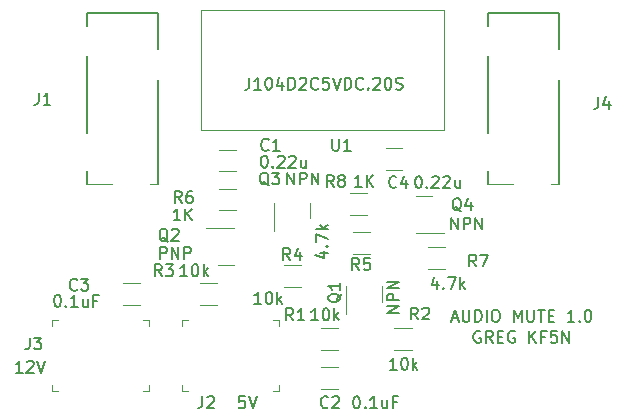
<source format=gto>
G04 #@! TF.GenerationSoftware,KiCad,Pcbnew,6.0.9-8da3e8f707~117~ubuntu20.04.1*
G04 #@! TF.CreationDate,2022-11-29T05:25:06-05:00*
G04 #@! TF.ProjectId,audiomute,61756469-6f6d-4757-9465-2e6b69636164,rev?*
G04 #@! TF.SameCoordinates,Original*
G04 #@! TF.FileFunction,Legend,Top*
G04 #@! TF.FilePolarity,Positive*
%FSLAX46Y46*%
G04 Gerber Fmt 4.6, Leading zero omitted, Abs format (unit mm)*
G04 Created by KiCad (PCBNEW 6.0.9-8da3e8f707~117~ubuntu20.04.1) date 2022-11-29 05:25:06*
%MOMM*%
%LPD*%
G01*
G04 APERTURE LIST*
%ADD10C,0.150000*%
%ADD11C,0.120000*%
%ADD12C,0.100000*%
%ADD13C,0.127000*%
G04 APERTURE END LIST*
D10*
X120579000Y-100592000D02*
X120483761Y-100544380D01*
X120340904Y-100544380D01*
X120198047Y-100592000D01*
X120102809Y-100687238D01*
X120055190Y-100782476D01*
X120007571Y-100972952D01*
X120007571Y-101115809D01*
X120055190Y-101306285D01*
X120102809Y-101401523D01*
X120198047Y-101496761D01*
X120340904Y-101544380D01*
X120436142Y-101544380D01*
X120579000Y-101496761D01*
X120626619Y-101449142D01*
X120626619Y-101115809D01*
X120436142Y-101115809D01*
X121626619Y-101544380D02*
X121293285Y-101068190D01*
X121055190Y-101544380D02*
X121055190Y-100544380D01*
X121436142Y-100544380D01*
X121531380Y-100592000D01*
X121579000Y-100639619D01*
X121626619Y-100734857D01*
X121626619Y-100877714D01*
X121579000Y-100972952D01*
X121531380Y-101020571D01*
X121436142Y-101068190D01*
X121055190Y-101068190D01*
X122055190Y-101020571D02*
X122388523Y-101020571D01*
X122531380Y-101544380D02*
X122055190Y-101544380D01*
X122055190Y-100544380D01*
X122531380Y-100544380D01*
X123483761Y-100592000D02*
X123388523Y-100544380D01*
X123245666Y-100544380D01*
X123102809Y-100592000D01*
X123007571Y-100687238D01*
X122959952Y-100782476D01*
X122912333Y-100972952D01*
X122912333Y-101115809D01*
X122959952Y-101306285D01*
X123007571Y-101401523D01*
X123102809Y-101496761D01*
X123245666Y-101544380D01*
X123340904Y-101544380D01*
X123483761Y-101496761D01*
X123531380Y-101449142D01*
X123531380Y-101115809D01*
X123340904Y-101115809D01*
X124721857Y-101544380D02*
X124721857Y-100544380D01*
X125293285Y-101544380D02*
X124864714Y-100972952D01*
X125293285Y-100544380D02*
X124721857Y-101115809D01*
X126055190Y-101020571D02*
X125721857Y-101020571D01*
X125721857Y-101544380D02*
X125721857Y-100544380D01*
X126198047Y-100544380D01*
X127055190Y-100544380D02*
X126579000Y-100544380D01*
X126531380Y-101020571D01*
X126579000Y-100972952D01*
X126674238Y-100925333D01*
X126912333Y-100925333D01*
X127007571Y-100972952D01*
X127055190Y-101020571D01*
X127102809Y-101115809D01*
X127102809Y-101353904D01*
X127055190Y-101449142D01*
X127007571Y-101496761D01*
X126912333Y-101544380D01*
X126674238Y-101544380D01*
X126579000Y-101496761D01*
X126531380Y-101449142D01*
X127531380Y-101544380D02*
X127531380Y-100544380D01*
X128102809Y-101544380D01*
X128102809Y-100544380D01*
X81829352Y-104084380D02*
X81257923Y-104084380D01*
X81543638Y-104084380D02*
X81543638Y-103084380D01*
X81448400Y-103227238D01*
X81353161Y-103322476D01*
X81257923Y-103370095D01*
X82210304Y-103179619D02*
X82257923Y-103132000D01*
X82353161Y-103084380D01*
X82591257Y-103084380D01*
X82686495Y-103132000D01*
X82734114Y-103179619D01*
X82781733Y-103274857D01*
X82781733Y-103370095D01*
X82734114Y-103512952D01*
X82162685Y-104084380D01*
X82781733Y-104084380D01*
X83067447Y-103084380D02*
X83400780Y-104084380D01*
X83734114Y-103084380D01*
X100647523Y-106081580D02*
X100171333Y-106081580D01*
X100123714Y-106557771D01*
X100171333Y-106510152D01*
X100266571Y-106462533D01*
X100504666Y-106462533D01*
X100599904Y-106510152D01*
X100647523Y-106557771D01*
X100695142Y-106653009D01*
X100695142Y-106891104D01*
X100647523Y-106986342D01*
X100599904Y-107033961D01*
X100504666Y-107081580D01*
X100266571Y-107081580D01*
X100171333Y-107033961D01*
X100123714Y-106986342D01*
X100980857Y-106081580D02*
X101314190Y-107081580D01*
X101647523Y-106081580D01*
X118174238Y-99480666D02*
X118650428Y-99480666D01*
X118079000Y-99766380D02*
X118412333Y-98766380D01*
X118745666Y-99766380D01*
X119079000Y-98766380D02*
X119079000Y-99575904D01*
X119126619Y-99671142D01*
X119174238Y-99718761D01*
X119269476Y-99766380D01*
X119459952Y-99766380D01*
X119555190Y-99718761D01*
X119602809Y-99671142D01*
X119650428Y-99575904D01*
X119650428Y-98766380D01*
X120126619Y-99766380D02*
X120126619Y-98766380D01*
X120364714Y-98766380D01*
X120507571Y-98814000D01*
X120602809Y-98909238D01*
X120650428Y-99004476D01*
X120698047Y-99194952D01*
X120698047Y-99337809D01*
X120650428Y-99528285D01*
X120602809Y-99623523D01*
X120507571Y-99718761D01*
X120364714Y-99766380D01*
X120126619Y-99766380D01*
X121126619Y-99766380D02*
X121126619Y-98766380D01*
X121793285Y-98766380D02*
X121983761Y-98766380D01*
X122079000Y-98814000D01*
X122174238Y-98909238D01*
X122221857Y-99099714D01*
X122221857Y-99433047D01*
X122174238Y-99623523D01*
X122079000Y-99718761D01*
X121983761Y-99766380D01*
X121793285Y-99766380D01*
X121698047Y-99718761D01*
X121602809Y-99623523D01*
X121555190Y-99433047D01*
X121555190Y-99099714D01*
X121602809Y-98909238D01*
X121698047Y-98814000D01*
X121793285Y-98766380D01*
X123412333Y-99766380D02*
X123412333Y-98766380D01*
X123745666Y-99480666D01*
X124079000Y-98766380D01*
X124079000Y-99766380D01*
X124555190Y-98766380D02*
X124555190Y-99575904D01*
X124602809Y-99671142D01*
X124650428Y-99718761D01*
X124745666Y-99766380D01*
X124936142Y-99766380D01*
X125031380Y-99718761D01*
X125079000Y-99671142D01*
X125126619Y-99575904D01*
X125126619Y-98766380D01*
X125459952Y-98766380D02*
X126031380Y-98766380D01*
X125745666Y-99766380D02*
X125745666Y-98766380D01*
X126364714Y-99242571D02*
X126698047Y-99242571D01*
X126840904Y-99766380D02*
X126364714Y-99766380D01*
X126364714Y-98766380D01*
X126840904Y-98766380D01*
X128555190Y-99766380D02*
X127983761Y-99766380D01*
X128269476Y-99766380D02*
X128269476Y-98766380D01*
X128174238Y-98909238D01*
X128079000Y-99004476D01*
X127983761Y-99052095D01*
X128983761Y-99671142D02*
X129031380Y-99718761D01*
X128983761Y-99766380D01*
X128936142Y-99718761D01*
X128983761Y-99671142D01*
X128983761Y-99766380D01*
X129650428Y-98766380D02*
X129745666Y-98766380D01*
X129840904Y-98814000D01*
X129888523Y-98861619D01*
X129936142Y-98956857D01*
X129983761Y-99147333D01*
X129983761Y-99385428D01*
X129936142Y-99575904D01*
X129888523Y-99671142D01*
X129840904Y-99718761D01*
X129745666Y-99766380D01*
X129650428Y-99766380D01*
X129555190Y-99718761D01*
X129507571Y-99671142D01*
X129459952Y-99575904D01*
X129412333Y-99385428D01*
X129412333Y-99147333D01*
X129459952Y-98956857D01*
X129507571Y-98861619D01*
X129555190Y-98814000D01*
X129650428Y-98766380D01*
X115301733Y-99563180D02*
X114968400Y-99086990D01*
X114730304Y-99563180D02*
X114730304Y-98563180D01*
X115111257Y-98563180D01*
X115206495Y-98610800D01*
X115254114Y-98658419D01*
X115301733Y-98753657D01*
X115301733Y-98896514D01*
X115254114Y-98991752D01*
X115206495Y-99039371D01*
X115111257Y-99086990D01*
X114730304Y-99086990D01*
X115682685Y-98658419D02*
X115730304Y-98610800D01*
X115825542Y-98563180D01*
X116063638Y-98563180D01*
X116158876Y-98610800D01*
X116206495Y-98658419D01*
X116254114Y-98753657D01*
X116254114Y-98848895D01*
X116206495Y-98991752D01*
X115635066Y-99563180D01*
X116254114Y-99563180D01*
X113501561Y-103830380D02*
X112930133Y-103830380D01*
X113215847Y-103830380D02*
X113215847Y-102830380D01*
X113120609Y-102973238D01*
X113025371Y-103068476D01*
X112930133Y-103116095D01*
X114120609Y-102830380D02*
X114215847Y-102830380D01*
X114311085Y-102878000D01*
X114358704Y-102925619D01*
X114406323Y-103020857D01*
X114453942Y-103211333D01*
X114453942Y-103449428D01*
X114406323Y-103639904D01*
X114358704Y-103735142D01*
X114311085Y-103782761D01*
X114215847Y-103830380D01*
X114120609Y-103830380D01*
X114025371Y-103782761D01*
X113977752Y-103735142D01*
X113930133Y-103639904D01*
X113882514Y-103449428D01*
X113882514Y-103211333D01*
X113930133Y-103020857D01*
X113977752Y-102925619D01*
X114025371Y-102878000D01*
X114120609Y-102830380D01*
X114882514Y-103830380D02*
X114882514Y-102830380D01*
X114977752Y-103449428D02*
X115263466Y-103830380D01*
X115263466Y-103163714D02*
X114882514Y-103544666D01*
X108802419Y-97377238D02*
X108754800Y-97472476D01*
X108659561Y-97567714D01*
X108516704Y-97710571D01*
X108469085Y-97805809D01*
X108469085Y-97901047D01*
X108707180Y-97853428D02*
X108659561Y-97948666D01*
X108564323Y-98043904D01*
X108373847Y-98091523D01*
X108040514Y-98091523D01*
X107850038Y-98043904D01*
X107754800Y-97948666D01*
X107707180Y-97853428D01*
X107707180Y-97662952D01*
X107754800Y-97567714D01*
X107850038Y-97472476D01*
X108040514Y-97424857D01*
X108373847Y-97424857D01*
X108564323Y-97472476D01*
X108659561Y-97567714D01*
X108707180Y-97662952D01*
X108707180Y-97853428D01*
X108707180Y-96472476D02*
X108707180Y-97043904D01*
X108707180Y-96758190D02*
X107707180Y-96758190D01*
X107850038Y-96853428D01*
X107945276Y-96948666D01*
X107992895Y-97043904D01*
X113685580Y-98997923D02*
X112685580Y-98997923D01*
X113685580Y-98426495D01*
X112685580Y-98426495D01*
X113685580Y-97950304D02*
X112685580Y-97950304D01*
X112685580Y-97569352D01*
X112733200Y-97474114D01*
X112780819Y-97426495D01*
X112876057Y-97378876D01*
X113018914Y-97378876D01*
X113114152Y-97426495D01*
X113161771Y-97474114D01*
X113209390Y-97569352D01*
X113209390Y-97950304D01*
X113685580Y-96950304D02*
X112685580Y-96950304D01*
X113685580Y-96378876D01*
X112685580Y-96378876D01*
X102673161Y-88228419D02*
X102577923Y-88180800D01*
X102482685Y-88085561D01*
X102339828Y-87942704D01*
X102244590Y-87895085D01*
X102149352Y-87895085D01*
X102196971Y-88133180D02*
X102101733Y-88085561D01*
X102006495Y-87990323D01*
X101958876Y-87799847D01*
X101958876Y-87466514D01*
X102006495Y-87276038D01*
X102101733Y-87180800D01*
X102196971Y-87133180D01*
X102387447Y-87133180D01*
X102482685Y-87180800D01*
X102577923Y-87276038D01*
X102625542Y-87466514D01*
X102625542Y-87799847D01*
X102577923Y-87990323D01*
X102482685Y-88085561D01*
X102387447Y-88133180D01*
X102196971Y-88133180D01*
X102958876Y-87133180D02*
X103577923Y-87133180D01*
X103244590Y-87514133D01*
X103387447Y-87514133D01*
X103482685Y-87561752D01*
X103530304Y-87609371D01*
X103577923Y-87704609D01*
X103577923Y-87942704D01*
X103530304Y-88037942D01*
X103482685Y-88085561D01*
X103387447Y-88133180D01*
X103101733Y-88133180D01*
X103006495Y-88085561D01*
X102958876Y-88037942D01*
X104252876Y-88133180D02*
X104252876Y-87133180D01*
X104824304Y-88133180D01*
X104824304Y-87133180D01*
X105300495Y-88133180D02*
X105300495Y-87133180D01*
X105681447Y-87133180D01*
X105776685Y-87180800D01*
X105824304Y-87228419D01*
X105871923Y-87323657D01*
X105871923Y-87466514D01*
X105824304Y-87561752D01*
X105776685Y-87609371D01*
X105681447Y-87656990D01*
X105300495Y-87656990D01*
X106300495Y-88133180D02*
X106300495Y-87133180D01*
X106871923Y-88133180D01*
X106871923Y-87133180D01*
X107681733Y-106986342D02*
X107634114Y-107033961D01*
X107491257Y-107081580D01*
X107396019Y-107081580D01*
X107253161Y-107033961D01*
X107157923Y-106938723D01*
X107110304Y-106843485D01*
X107062685Y-106653009D01*
X107062685Y-106510152D01*
X107110304Y-106319676D01*
X107157923Y-106224438D01*
X107253161Y-106129200D01*
X107396019Y-106081580D01*
X107491257Y-106081580D01*
X107634114Y-106129200D01*
X107681733Y-106176819D01*
X108062685Y-106176819D02*
X108110304Y-106129200D01*
X108205542Y-106081580D01*
X108443638Y-106081580D01*
X108538876Y-106129200D01*
X108586495Y-106176819D01*
X108634114Y-106272057D01*
X108634114Y-106367295D01*
X108586495Y-106510152D01*
X108015066Y-107081580D01*
X108634114Y-107081580D01*
X110066342Y-106081580D02*
X110161580Y-106081580D01*
X110256819Y-106129200D01*
X110304438Y-106176819D01*
X110352057Y-106272057D01*
X110399676Y-106462533D01*
X110399676Y-106700628D01*
X110352057Y-106891104D01*
X110304438Y-106986342D01*
X110256819Y-107033961D01*
X110161580Y-107081580D01*
X110066342Y-107081580D01*
X109971104Y-107033961D01*
X109923485Y-106986342D01*
X109875866Y-106891104D01*
X109828247Y-106700628D01*
X109828247Y-106462533D01*
X109875866Y-106272057D01*
X109923485Y-106176819D01*
X109971104Y-106129200D01*
X110066342Y-106081580D01*
X110828247Y-106986342D02*
X110875866Y-107033961D01*
X110828247Y-107081580D01*
X110780628Y-107033961D01*
X110828247Y-106986342D01*
X110828247Y-107081580D01*
X111828247Y-107081580D02*
X111256819Y-107081580D01*
X111542533Y-107081580D02*
X111542533Y-106081580D01*
X111447295Y-106224438D01*
X111352057Y-106319676D01*
X111256819Y-106367295D01*
X112685390Y-106414914D02*
X112685390Y-107081580D01*
X112256819Y-106414914D02*
X112256819Y-106938723D01*
X112304438Y-107033961D01*
X112399676Y-107081580D01*
X112542533Y-107081580D01*
X112637771Y-107033961D01*
X112685390Y-106986342D01*
X113494914Y-106557771D02*
X113161580Y-106557771D01*
X113161580Y-107081580D02*
X113161580Y-106081580D01*
X113637771Y-106081580D01*
X97050266Y-106068380D02*
X97050266Y-106782666D01*
X97002647Y-106925523D01*
X96907409Y-107020761D01*
X96764552Y-107068380D01*
X96669314Y-107068380D01*
X97478838Y-106163619D02*
X97526457Y-106116000D01*
X97621695Y-106068380D01*
X97859790Y-106068380D01*
X97955028Y-106116000D01*
X98002647Y-106163619D01*
X98050266Y-106258857D01*
X98050266Y-106354095D01*
X98002647Y-106496952D01*
X97431219Y-107068380D01*
X98050266Y-107068380D01*
X108173093Y-88353620D02*
X107839760Y-87877430D01*
X107601664Y-88353620D02*
X107601664Y-87353620D01*
X107982617Y-87353620D01*
X108077855Y-87401240D01*
X108125474Y-87448859D01*
X108173093Y-87544097D01*
X108173093Y-87686954D01*
X108125474Y-87782192D01*
X108077855Y-87829811D01*
X107982617Y-87877430D01*
X107601664Y-87877430D01*
X108744521Y-87782192D02*
X108649283Y-87734573D01*
X108601664Y-87686954D01*
X108554045Y-87591716D01*
X108554045Y-87544097D01*
X108601664Y-87448859D01*
X108649283Y-87401240D01*
X108744521Y-87353620D01*
X108934998Y-87353620D01*
X109030236Y-87401240D01*
X109077855Y-87448859D01*
X109125474Y-87544097D01*
X109125474Y-87591716D01*
X109077855Y-87686954D01*
X109030236Y-87734573D01*
X108934998Y-87782192D01*
X108744521Y-87782192D01*
X108649283Y-87829811D01*
X108601664Y-87877430D01*
X108554045Y-87972668D01*
X108554045Y-88163144D01*
X108601664Y-88258382D01*
X108649283Y-88306001D01*
X108744521Y-88353620D01*
X108934998Y-88353620D01*
X109030236Y-88306001D01*
X109077855Y-88258382D01*
X109125474Y-88163144D01*
X109125474Y-87972668D01*
X109077855Y-87877430D01*
X109030236Y-87829811D01*
X108934998Y-87782192D01*
X110529714Y-88336380D02*
X109958285Y-88336380D01*
X110244000Y-88336380D02*
X110244000Y-87336380D01*
X110148761Y-87479238D01*
X110053523Y-87574476D01*
X109958285Y-87622095D01*
X110958285Y-88336380D02*
X110958285Y-87336380D01*
X111529714Y-88336380D02*
X111101142Y-87764952D01*
X111529714Y-87336380D02*
X110958285Y-87907809D01*
X102652533Y-85193142D02*
X102604914Y-85240761D01*
X102462057Y-85288380D01*
X102366819Y-85288380D01*
X102223961Y-85240761D01*
X102128723Y-85145523D01*
X102081104Y-85050285D01*
X102033485Y-84859809D01*
X102033485Y-84716952D01*
X102081104Y-84526476D01*
X102128723Y-84431238D01*
X102223961Y-84336000D01*
X102366819Y-84288380D01*
X102462057Y-84288380D01*
X102604914Y-84336000D01*
X102652533Y-84383619D01*
X103604914Y-85288380D02*
X103033485Y-85288380D01*
X103319200Y-85288380D02*
X103319200Y-84288380D01*
X103223961Y-84431238D01*
X103128723Y-84526476D01*
X103033485Y-84574095D01*
X102246323Y-85710780D02*
X102341561Y-85710780D01*
X102436800Y-85758400D01*
X102484419Y-85806019D01*
X102532038Y-85901257D01*
X102579657Y-86091733D01*
X102579657Y-86329828D01*
X102532038Y-86520304D01*
X102484419Y-86615542D01*
X102436800Y-86663161D01*
X102341561Y-86710780D01*
X102246323Y-86710780D01*
X102151085Y-86663161D01*
X102103466Y-86615542D01*
X102055847Y-86520304D01*
X102008228Y-86329828D01*
X102008228Y-86091733D01*
X102055847Y-85901257D01*
X102103466Y-85806019D01*
X102151085Y-85758400D01*
X102246323Y-85710780D01*
X103008228Y-86615542D02*
X103055847Y-86663161D01*
X103008228Y-86710780D01*
X102960609Y-86663161D01*
X103008228Y-86615542D01*
X103008228Y-86710780D01*
X103436800Y-85806019D02*
X103484419Y-85758400D01*
X103579657Y-85710780D01*
X103817752Y-85710780D01*
X103912990Y-85758400D01*
X103960609Y-85806019D01*
X104008228Y-85901257D01*
X104008228Y-85996495D01*
X103960609Y-86139352D01*
X103389180Y-86710780D01*
X104008228Y-86710780D01*
X104389180Y-85806019D02*
X104436800Y-85758400D01*
X104532038Y-85710780D01*
X104770133Y-85710780D01*
X104865371Y-85758400D01*
X104912990Y-85806019D01*
X104960609Y-85901257D01*
X104960609Y-85996495D01*
X104912990Y-86139352D01*
X104341561Y-86710780D01*
X104960609Y-86710780D01*
X105817752Y-86044114D02*
X105817752Y-86710780D01*
X105389180Y-86044114D02*
X105389180Y-86567923D01*
X105436800Y-86663161D01*
X105532038Y-86710780D01*
X105674895Y-86710780D01*
X105770133Y-86663161D01*
X105817752Y-86615542D01*
X86447333Y-97029542D02*
X86399714Y-97077161D01*
X86256857Y-97124780D01*
X86161619Y-97124780D01*
X86018761Y-97077161D01*
X85923523Y-96981923D01*
X85875904Y-96886685D01*
X85828285Y-96696209D01*
X85828285Y-96553352D01*
X85875904Y-96362876D01*
X85923523Y-96267638D01*
X86018761Y-96172400D01*
X86161619Y-96124780D01*
X86256857Y-96124780D01*
X86399714Y-96172400D01*
X86447333Y-96220019D01*
X86780666Y-96124780D02*
X87399714Y-96124780D01*
X87066380Y-96505733D01*
X87209238Y-96505733D01*
X87304476Y-96553352D01*
X87352095Y-96600971D01*
X87399714Y-96696209D01*
X87399714Y-96934304D01*
X87352095Y-97029542D01*
X87304476Y-97077161D01*
X87209238Y-97124780D01*
X86923523Y-97124780D01*
X86828285Y-97077161D01*
X86780666Y-97029542D01*
X84725902Y-97496380D02*
X84821140Y-97496380D01*
X84916379Y-97544000D01*
X84963998Y-97591619D01*
X85011617Y-97686857D01*
X85059236Y-97877333D01*
X85059236Y-98115428D01*
X85011617Y-98305904D01*
X84963998Y-98401142D01*
X84916379Y-98448761D01*
X84821140Y-98496380D01*
X84725902Y-98496380D01*
X84630664Y-98448761D01*
X84583045Y-98401142D01*
X84535426Y-98305904D01*
X84487807Y-98115428D01*
X84487807Y-97877333D01*
X84535426Y-97686857D01*
X84583045Y-97591619D01*
X84630664Y-97544000D01*
X84725902Y-97496380D01*
X85487807Y-98401142D02*
X85535426Y-98448761D01*
X85487807Y-98496380D01*
X85440188Y-98448761D01*
X85487807Y-98401142D01*
X85487807Y-98496380D01*
X86487807Y-98496380D02*
X85916379Y-98496380D01*
X86202093Y-98496380D02*
X86202093Y-97496380D01*
X86106855Y-97639238D01*
X86011617Y-97734476D01*
X85916379Y-97782095D01*
X87344950Y-97829714D02*
X87344950Y-98496380D01*
X86916379Y-97829714D02*
X86916379Y-98353523D01*
X86963998Y-98448761D01*
X87059236Y-98496380D01*
X87202093Y-98496380D01*
X87297331Y-98448761D01*
X87344950Y-98401142D01*
X88154474Y-97972571D02*
X87821140Y-97972571D01*
X87821140Y-98496380D02*
X87821140Y-97496380D01*
X88297331Y-97496380D01*
X93610133Y-95905580D02*
X93276800Y-95429390D01*
X93038704Y-95905580D02*
X93038704Y-94905580D01*
X93419657Y-94905580D01*
X93514895Y-94953200D01*
X93562514Y-95000819D01*
X93610133Y-95096057D01*
X93610133Y-95238914D01*
X93562514Y-95334152D01*
X93514895Y-95381771D01*
X93419657Y-95429390D01*
X93038704Y-95429390D01*
X93943466Y-94905580D02*
X94562514Y-94905580D01*
X94229180Y-95286533D01*
X94372038Y-95286533D01*
X94467276Y-95334152D01*
X94514895Y-95381771D01*
X94562514Y-95477009D01*
X94562514Y-95715104D01*
X94514895Y-95810342D01*
X94467276Y-95857961D01*
X94372038Y-95905580D01*
X94086323Y-95905580D01*
X93991085Y-95857961D01*
X93943466Y-95810342D01*
X95772361Y-95905580D02*
X95200933Y-95905580D01*
X95486647Y-95905580D02*
X95486647Y-94905580D01*
X95391409Y-95048438D01*
X95296171Y-95143676D01*
X95200933Y-95191295D01*
X96391409Y-94905580D02*
X96486647Y-94905580D01*
X96581885Y-94953200D01*
X96629504Y-95000819D01*
X96677123Y-95096057D01*
X96724742Y-95286533D01*
X96724742Y-95524628D01*
X96677123Y-95715104D01*
X96629504Y-95810342D01*
X96581885Y-95857961D01*
X96486647Y-95905580D01*
X96391409Y-95905580D01*
X96296171Y-95857961D01*
X96248552Y-95810342D01*
X96200933Y-95715104D01*
X96153314Y-95524628D01*
X96153314Y-95286533D01*
X96200933Y-95096057D01*
X96248552Y-95000819D01*
X96296171Y-94953200D01*
X96391409Y-94905580D01*
X97153314Y-95905580D02*
X97153314Y-94905580D01*
X97248552Y-95524628D02*
X97534266Y-95905580D01*
X97534266Y-95238914D02*
X97153314Y-95619866D01*
X95286533Y-89707980D02*
X94953200Y-89231790D01*
X94715104Y-89707980D02*
X94715104Y-88707980D01*
X95096057Y-88707980D01*
X95191295Y-88755600D01*
X95238914Y-88803219D01*
X95286533Y-88898457D01*
X95286533Y-89041314D01*
X95238914Y-89136552D01*
X95191295Y-89184171D01*
X95096057Y-89231790D01*
X94715104Y-89231790D01*
X96143676Y-88707980D02*
X95953200Y-88707980D01*
X95857961Y-88755600D01*
X95810342Y-88803219D01*
X95715104Y-88946076D01*
X95667485Y-89136552D01*
X95667485Y-89517504D01*
X95715104Y-89612742D01*
X95762723Y-89660361D01*
X95857961Y-89707980D01*
X96048438Y-89707980D01*
X96143676Y-89660361D01*
X96191295Y-89612742D01*
X96238914Y-89517504D01*
X96238914Y-89279409D01*
X96191295Y-89184171D01*
X96143676Y-89136552D01*
X96048438Y-89088933D01*
X95857961Y-89088933D01*
X95762723Y-89136552D01*
X95715104Y-89184171D01*
X95667485Y-89279409D01*
X95188114Y-91181180D02*
X94616685Y-91181180D01*
X94902400Y-91181180D02*
X94902400Y-90181180D01*
X94807161Y-90324038D01*
X94711923Y-90419276D01*
X94616685Y-90466895D01*
X95616685Y-91181180D02*
X95616685Y-90181180D01*
X96188114Y-91181180D02*
X95759542Y-90609752D01*
X96188114Y-90181180D02*
X95616685Y-90752609D01*
X108051695Y-84288380D02*
X108051695Y-85097904D01*
X108099314Y-85193142D01*
X108146933Y-85240761D01*
X108242171Y-85288380D01*
X108432647Y-85288380D01*
X108527885Y-85240761D01*
X108575504Y-85193142D01*
X108623123Y-85097904D01*
X108623123Y-84288380D01*
X109623123Y-85288380D02*
X109051695Y-85288380D01*
X109337409Y-85288380D02*
X109337409Y-84288380D01*
X109242171Y-84431238D01*
X109146933Y-84526476D01*
X109051695Y-84574095D01*
X101007066Y-79106780D02*
X101007066Y-79821066D01*
X100959447Y-79963923D01*
X100864209Y-80059161D01*
X100721352Y-80106780D01*
X100626114Y-80106780D01*
X102007066Y-80106780D02*
X101435638Y-80106780D01*
X101721352Y-80106780D02*
X101721352Y-79106780D01*
X101626114Y-79249638D01*
X101530876Y-79344876D01*
X101435638Y-79392495D01*
X102626114Y-79106780D02*
X102721352Y-79106780D01*
X102816590Y-79154400D01*
X102864209Y-79202019D01*
X102911828Y-79297257D01*
X102959447Y-79487733D01*
X102959447Y-79725828D01*
X102911828Y-79916304D01*
X102864209Y-80011542D01*
X102816590Y-80059161D01*
X102721352Y-80106780D01*
X102626114Y-80106780D01*
X102530876Y-80059161D01*
X102483257Y-80011542D01*
X102435638Y-79916304D01*
X102388019Y-79725828D01*
X102388019Y-79487733D01*
X102435638Y-79297257D01*
X102483257Y-79202019D01*
X102530876Y-79154400D01*
X102626114Y-79106780D01*
X103816590Y-79440114D02*
X103816590Y-80106780D01*
X103578495Y-79059161D02*
X103340400Y-79773447D01*
X103959447Y-79773447D01*
X104340400Y-80106780D02*
X104340400Y-79106780D01*
X104578495Y-79106780D01*
X104721352Y-79154400D01*
X104816590Y-79249638D01*
X104864209Y-79344876D01*
X104911828Y-79535352D01*
X104911828Y-79678209D01*
X104864209Y-79868685D01*
X104816590Y-79963923D01*
X104721352Y-80059161D01*
X104578495Y-80106780D01*
X104340400Y-80106780D01*
X105292780Y-79202019D02*
X105340400Y-79154400D01*
X105435638Y-79106780D01*
X105673733Y-79106780D01*
X105768971Y-79154400D01*
X105816590Y-79202019D01*
X105864209Y-79297257D01*
X105864209Y-79392495D01*
X105816590Y-79535352D01*
X105245161Y-80106780D01*
X105864209Y-80106780D01*
X106864209Y-80011542D02*
X106816590Y-80059161D01*
X106673733Y-80106780D01*
X106578495Y-80106780D01*
X106435638Y-80059161D01*
X106340400Y-79963923D01*
X106292780Y-79868685D01*
X106245161Y-79678209D01*
X106245161Y-79535352D01*
X106292780Y-79344876D01*
X106340400Y-79249638D01*
X106435638Y-79154400D01*
X106578495Y-79106780D01*
X106673733Y-79106780D01*
X106816590Y-79154400D01*
X106864209Y-79202019D01*
X107768971Y-79106780D02*
X107292780Y-79106780D01*
X107245161Y-79582971D01*
X107292780Y-79535352D01*
X107388019Y-79487733D01*
X107626114Y-79487733D01*
X107721352Y-79535352D01*
X107768971Y-79582971D01*
X107816590Y-79678209D01*
X107816590Y-79916304D01*
X107768971Y-80011542D01*
X107721352Y-80059161D01*
X107626114Y-80106780D01*
X107388019Y-80106780D01*
X107292780Y-80059161D01*
X107245161Y-80011542D01*
X108102304Y-79106780D02*
X108435638Y-80106780D01*
X108768971Y-79106780D01*
X109102304Y-80106780D02*
X109102304Y-79106780D01*
X109340400Y-79106780D01*
X109483257Y-79154400D01*
X109578495Y-79249638D01*
X109626114Y-79344876D01*
X109673733Y-79535352D01*
X109673733Y-79678209D01*
X109626114Y-79868685D01*
X109578495Y-79963923D01*
X109483257Y-80059161D01*
X109340400Y-80106780D01*
X109102304Y-80106780D01*
X110673733Y-80011542D02*
X110626114Y-80059161D01*
X110483257Y-80106780D01*
X110388019Y-80106780D01*
X110245161Y-80059161D01*
X110149923Y-79963923D01*
X110102304Y-79868685D01*
X110054685Y-79678209D01*
X110054685Y-79535352D01*
X110102304Y-79344876D01*
X110149923Y-79249638D01*
X110245161Y-79154400D01*
X110388019Y-79106780D01*
X110483257Y-79106780D01*
X110626114Y-79154400D01*
X110673733Y-79202019D01*
X111102304Y-80011542D02*
X111149923Y-80059161D01*
X111102304Y-80106780D01*
X111054685Y-80059161D01*
X111102304Y-80011542D01*
X111102304Y-80106780D01*
X111530876Y-79202019D02*
X111578495Y-79154400D01*
X111673733Y-79106780D01*
X111911828Y-79106780D01*
X112007066Y-79154400D01*
X112054685Y-79202019D01*
X112102304Y-79297257D01*
X112102304Y-79392495D01*
X112054685Y-79535352D01*
X111483257Y-80106780D01*
X112102304Y-80106780D01*
X112721352Y-79106780D02*
X112816590Y-79106780D01*
X112911828Y-79154400D01*
X112959447Y-79202019D01*
X113007066Y-79297257D01*
X113054685Y-79487733D01*
X113054685Y-79725828D01*
X113007066Y-79916304D01*
X112959447Y-80011542D01*
X112911828Y-80059161D01*
X112816590Y-80106780D01*
X112721352Y-80106780D01*
X112626114Y-80059161D01*
X112578495Y-80011542D01*
X112530876Y-79916304D01*
X112483257Y-79725828D01*
X112483257Y-79487733D01*
X112530876Y-79297257D01*
X112578495Y-79202019D01*
X112626114Y-79154400D01*
X112721352Y-79106780D01*
X113435638Y-80059161D02*
X113578495Y-80106780D01*
X113816590Y-80106780D01*
X113911828Y-80059161D01*
X113959447Y-80011542D01*
X114007066Y-79916304D01*
X114007066Y-79821066D01*
X113959447Y-79725828D01*
X113911828Y-79678209D01*
X113816590Y-79630590D01*
X113626114Y-79582971D01*
X113530876Y-79535352D01*
X113483257Y-79487733D01*
X113435638Y-79392495D01*
X113435638Y-79297257D01*
X113483257Y-79202019D01*
X113530876Y-79154400D01*
X113626114Y-79106780D01*
X113864209Y-79106780D01*
X114007066Y-79154400D01*
X120238093Y-95084620D02*
X119904760Y-94608430D01*
X119666664Y-95084620D02*
X119666664Y-94084620D01*
X120047617Y-94084620D01*
X120142855Y-94132240D01*
X120190474Y-94179859D01*
X120238093Y-94275097D01*
X120238093Y-94417954D01*
X120190474Y-94513192D01*
X120142855Y-94560811D01*
X120047617Y-94608430D01*
X119666664Y-94608430D01*
X120571426Y-94084620D02*
X121238093Y-94084620D01*
X120809521Y-95084620D01*
X116936188Y-96322954D02*
X116936188Y-96989620D01*
X116698093Y-95942001D02*
X116459998Y-96656287D01*
X117079045Y-96656287D01*
X117459998Y-96894382D02*
X117507617Y-96942001D01*
X117459998Y-96989620D01*
X117412379Y-96942001D01*
X117459998Y-96894382D01*
X117459998Y-96989620D01*
X117840950Y-95989620D02*
X118507617Y-95989620D01*
X118079045Y-96989620D01*
X118888569Y-96989620D02*
X118888569Y-95989620D01*
X118983807Y-96608668D02*
X119269521Y-96989620D01*
X119269521Y-96322954D02*
X118888569Y-96703906D01*
X130577702Y-80731453D02*
X130577702Y-81446948D01*
X130530002Y-81590047D01*
X130434603Y-81685447D01*
X130291504Y-81733146D01*
X130196105Y-81733146D01*
X131483996Y-81065351D02*
X131483996Y-81733146D01*
X131245497Y-80683754D02*
X131006999Y-81399249D01*
X131627095Y-81399249D01*
X104490093Y-94534620D02*
X104156760Y-94058430D01*
X103918664Y-94534620D02*
X103918664Y-93534620D01*
X104299617Y-93534620D01*
X104394855Y-93582240D01*
X104442474Y-93629859D01*
X104490093Y-93725097D01*
X104490093Y-93867954D01*
X104442474Y-93963192D01*
X104394855Y-94010811D01*
X104299617Y-94058430D01*
X103918664Y-94058430D01*
X105347236Y-93867954D02*
X105347236Y-94534620D01*
X105109140Y-93487001D02*
X104871045Y-94201287D01*
X105490093Y-94201287D01*
X102029521Y-98259620D02*
X101458093Y-98259620D01*
X101743807Y-98259620D02*
X101743807Y-97259620D01*
X101648569Y-97402478D01*
X101553331Y-97497716D01*
X101458093Y-97545335D01*
X102648569Y-97259620D02*
X102743807Y-97259620D01*
X102839045Y-97307240D01*
X102886664Y-97354859D01*
X102934283Y-97450097D01*
X102981902Y-97640573D01*
X102981902Y-97878668D01*
X102934283Y-98069144D01*
X102886664Y-98164382D01*
X102839045Y-98212001D01*
X102743807Y-98259620D01*
X102648569Y-98259620D01*
X102553331Y-98212001D01*
X102505712Y-98164382D01*
X102458093Y-98069144D01*
X102410474Y-97878668D01*
X102410474Y-97640573D01*
X102458093Y-97450097D01*
X102505712Y-97354859D01*
X102553331Y-97307240D01*
X102648569Y-97259620D01*
X103410474Y-98259620D02*
X103410474Y-97259620D01*
X103505712Y-97878668D02*
X103791426Y-98259620D01*
X103791426Y-97592954D02*
X103410474Y-97973906D01*
X94138761Y-93003619D02*
X94043523Y-92956000D01*
X93948285Y-92860761D01*
X93805428Y-92717904D01*
X93710190Y-92670285D01*
X93614952Y-92670285D01*
X93662571Y-92908380D02*
X93567333Y-92860761D01*
X93472095Y-92765523D01*
X93424476Y-92575047D01*
X93424476Y-92241714D01*
X93472095Y-92051238D01*
X93567333Y-91956000D01*
X93662571Y-91908380D01*
X93853047Y-91908380D01*
X93948285Y-91956000D01*
X94043523Y-92051238D01*
X94091142Y-92241714D01*
X94091142Y-92575047D01*
X94043523Y-92765523D01*
X93948285Y-92860761D01*
X93853047Y-92908380D01*
X93662571Y-92908380D01*
X94472095Y-92003619D02*
X94519714Y-91956000D01*
X94614952Y-91908380D01*
X94853047Y-91908380D01*
X94948285Y-91956000D01*
X94995904Y-92003619D01*
X95043523Y-92098857D01*
X95043523Y-92194095D01*
X94995904Y-92336952D01*
X94424476Y-92908380D01*
X95043523Y-92908380D01*
X93456285Y-94432380D02*
X93456285Y-93432380D01*
X93837238Y-93432380D01*
X93932476Y-93480000D01*
X93980095Y-93527619D01*
X94027714Y-93622857D01*
X94027714Y-93765714D01*
X93980095Y-93860952D01*
X93932476Y-93908571D01*
X93837238Y-93956190D01*
X93456285Y-93956190D01*
X94456285Y-94432380D02*
X94456285Y-93432380D01*
X95027714Y-94432380D01*
X95027714Y-93432380D01*
X95503904Y-94432380D02*
X95503904Y-93432380D01*
X95884857Y-93432380D01*
X95980095Y-93480000D01*
X96027714Y-93527619D01*
X96075333Y-93622857D01*
X96075333Y-93765714D01*
X96027714Y-93860952D01*
X95980095Y-93908571D01*
X95884857Y-93956190D01*
X95503904Y-93956190D01*
X83181302Y-80375853D02*
X83181302Y-81091348D01*
X83133602Y-81234447D01*
X83038203Y-81329847D01*
X82895104Y-81377546D01*
X82799705Y-81377546D01*
X84182995Y-81377546D02*
X83610599Y-81377546D01*
X83896797Y-81377546D02*
X83896797Y-80375853D01*
X83801398Y-80518952D01*
X83705998Y-80614352D01*
X83610599Y-80662051D01*
X104735333Y-99639380D02*
X104402000Y-99163190D01*
X104163904Y-99639380D02*
X104163904Y-98639380D01*
X104544857Y-98639380D01*
X104640095Y-98687000D01*
X104687714Y-98734619D01*
X104735333Y-98829857D01*
X104735333Y-98972714D01*
X104687714Y-99067952D01*
X104640095Y-99115571D01*
X104544857Y-99163190D01*
X104163904Y-99163190D01*
X105687714Y-99639380D02*
X105116285Y-99639380D01*
X105402000Y-99639380D02*
X105402000Y-98639380D01*
X105306761Y-98782238D01*
X105211523Y-98877476D01*
X105116285Y-98925095D01*
X106846761Y-99639380D02*
X106275333Y-99639380D01*
X106561047Y-99639380D02*
X106561047Y-98639380D01*
X106465809Y-98782238D01*
X106370571Y-98877476D01*
X106275333Y-98925095D01*
X107465809Y-98639380D02*
X107561047Y-98639380D01*
X107656285Y-98687000D01*
X107703904Y-98734619D01*
X107751523Y-98829857D01*
X107799142Y-99020333D01*
X107799142Y-99258428D01*
X107751523Y-99448904D01*
X107703904Y-99544142D01*
X107656285Y-99591761D01*
X107561047Y-99639380D01*
X107465809Y-99639380D01*
X107370571Y-99591761D01*
X107322952Y-99544142D01*
X107275333Y-99448904D01*
X107227714Y-99258428D01*
X107227714Y-99020333D01*
X107275333Y-98829857D01*
X107322952Y-98734619D01*
X107370571Y-98687000D01*
X107465809Y-98639380D01*
X108227714Y-99639380D02*
X108227714Y-98639380D01*
X108322952Y-99258428D02*
X108608666Y-99639380D01*
X108608666Y-98972714D02*
X108227714Y-99353666D01*
X118979961Y-90412819D02*
X118884723Y-90365200D01*
X118789485Y-90269961D01*
X118646628Y-90127104D01*
X118551390Y-90079485D01*
X118456152Y-90079485D01*
X118503771Y-90317580D02*
X118408533Y-90269961D01*
X118313295Y-90174723D01*
X118265676Y-89984247D01*
X118265676Y-89650914D01*
X118313295Y-89460438D01*
X118408533Y-89365200D01*
X118503771Y-89317580D01*
X118694247Y-89317580D01*
X118789485Y-89365200D01*
X118884723Y-89460438D01*
X118932342Y-89650914D01*
X118932342Y-89984247D01*
X118884723Y-90174723D01*
X118789485Y-90269961D01*
X118694247Y-90317580D01*
X118503771Y-90317580D01*
X119789485Y-89650914D02*
X119789485Y-90317580D01*
X119551390Y-89269961D02*
X119313295Y-89984247D01*
X119932342Y-89984247D01*
X118121276Y-91943180D02*
X118121276Y-90943180D01*
X118692704Y-91943180D01*
X118692704Y-90943180D01*
X119168895Y-91943180D02*
X119168895Y-90943180D01*
X119549847Y-90943180D01*
X119645085Y-90990800D01*
X119692704Y-91038419D01*
X119740323Y-91133657D01*
X119740323Y-91276514D01*
X119692704Y-91371752D01*
X119645085Y-91419371D01*
X119549847Y-91466990D01*
X119168895Y-91466990D01*
X120168895Y-91943180D02*
X120168895Y-90943180D01*
X120740323Y-91943180D01*
X120740323Y-90943180D01*
X82419866Y-101103180D02*
X82419866Y-101817466D01*
X82372247Y-101960323D01*
X82277009Y-102055561D01*
X82134152Y-102103180D01*
X82038914Y-102103180D01*
X82800819Y-101103180D02*
X83419866Y-101103180D01*
X83086533Y-101484133D01*
X83229390Y-101484133D01*
X83324628Y-101531752D01*
X83372247Y-101579371D01*
X83419866Y-101674609D01*
X83419866Y-101912704D01*
X83372247Y-102007942D01*
X83324628Y-102055561D01*
X83229390Y-102103180D01*
X82943676Y-102103180D01*
X82848438Y-102055561D01*
X82800819Y-102007942D01*
X113472933Y-88342742D02*
X113425314Y-88390361D01*
X113282457Y-88437980D01*
X113187219Y-88437980D01*
X113044361Y-88390361D01*
X112949123Y-88295123D01*
X112901504Y-88199885D01*
X112853885Y-88009409D01*
X112853885Y-87866552D01*
X112901504Y-87676076D01*
X112949123Y-87580838D01*
X113044361Y-87485600D01*
X113187219Y-87437980D01*
X113282457Y-87437980D01*
X113425314Y-87485600D01*
X113472933Y-87533219D01*
X114330076Y-87771314D02*
X114330076Y-88437980D01*
X114091980Y-87390361D02*
X113853885Y-88104647D01*
X114472933Y-88104647D01*
X115301923Y-87437980D02*
X115397161Y-87437980D01*
X115492400Y-87485600D01*
X115540019Y-87533219D01*
X115587638Y-87628457D01*
X115635257Y-87818933D01*
X115635257Y-88057028D01*
X115587638Y-88247504D01*
X115540019Y-88342742D01*
X115492400Y-88390361D01*
X115397161Y-88437980D01*
X115301923Y-88437980D01*
X115206685Y-88390361D01*
X115159066Y-88342742D01*
X115111447Y-88247504D01*
X115063828Y-88057028D01*
X115063828Y-87818933D01*
X115111447Y-87628457D01*
X115159066Y-87533219D01*
X115206685Y-87485600D01*
X115301923Y-87437980D01*
X116063828Y-88342742D02*
X116111447Y-88390361D01*
X116063828Y-88437980D01*
X116016209Y-88390361D01*
X116063828Y-88342742D01*
X116063828Y-88437980D01*
X116492400Y-87533219D02*
X116540019Y-87485600D01*
X116635257Y-87437980D01*
X116873352Y-87437980D01*
X116968590Y-87485600D01*
X117016209Y-87533219D01*
X117063828Y-87628457D01*
X117063828Y-87723695D01*
X117016209Y-87866552D01*
X116444780Y-88437980D01*
X117063828Y-88437980D01*
X117444780Y-87533219D02*
X117492400Y-87485600D01*
X117587638Y-87437980D01*
X117825733Y-87437980D01*
X117920971Y-87485600D01*
X117968590Y-87533219D01*
X118016209Y-87628457D01*
X118016209Y-87723695D01*
X117968590Y-87866552D01*
X117397161Y-88437980D01*
X118016209Y-88437980D01*
X118873352Y-87771314D02*
X118873352Y-88437980D01*
X118444780Y-87771314D02*
X118444780Y-88295123D01*
X118492400Y-88390361D01*
X118587638Y-88437980D01*
X118730495Y-88437980D01*
X118825733Y-88390361D01*
X118873352Y-88342742D01*
X110332093Y-95380620D02*
X109998760Y-94904430D01*
X109760664Y-95380620D02*
X109760664Y-94380620D01*
X110141617Y-94380620D01*
X110236855Y-94428240D01*
X110284474Y-94475859D01*
X110332093Y-94571097D01*
X110332093Y-94713954D01*
X110284474Y-94809192D01*
X110236855Y-94856811D01*
X110141617Y-94904430D01*
X109760664Y-94904430D01*
X111236855Y-94380620D02*
X110760664Y-94380620D01*
X110713045Y-94856811D01*
X110760664Y-94809192D01*
X110855902Y-94761573D01*
X111093998Y-94761573D01*
X111189236Y-94809192D01*
X111236855Y-94856811D01*
X111284474Y-94952049D01*
X111284474Y-95190144D01*
X111236855Y-95285382D01*
X111189236Y-95333001D01*
X111093998Y-95380620D01*
X110855902Y-95380620D01*
X110760664Y-95333001D01*
X110713045Y-95285382D01*
X106982474Y-93909811D02*
X107649140Y-93909811D01*
X106601521Y-94147906D02*
X107315807Y-94386001D01*
X107315807Y-93766954D01*
X107553902Y-93386001D02*
X107601521Y-93338382D01*
X107649140Y-93386001D01*
X107601521Y-93433620D01*
X107553902Y-93386001D01*
X107649140Y-93386001D01*
X106649140Y-93005049D02*
X106649140Y-92338382D01*
X107649140Y-92766954D01*
X107649140Y-91957430D02*
X106649140Y-91957430D01*
X107268188Y-91862192D02*
X107649140Y-91576478D01*
X106982474Y-91576478D02*
X107363426Y-91957430D01*
D11*
X113318936Y-102129000D02*
X114773064Y-102129000D01*
X113318936Y-100309000D02*
X114773064Y-100309000D01*
X109184000Y-97409000D02*
X109184000Y-96759000D01*
X112304000Y-97409000D02*
X112304000Y-98059000D01*
X112304000Y-97409000D02*
X112304000Y-96759000D01*
X109184000Y-97409000D02*
X109184000Y-99084000D01*
X103088000Y-90373200D02*
X103088000Y-89723200D01*
X103088000Y-90373200D02*
X103088000Y-92048200D01*
X106208000Y-90373200D02*
X106208000Y-89723200D01*
X106208000Y-90373200D02*
X106208000Y-91023200D01*
X108534252Y-105431000D02*
X107111748Y-105431000D01*
X108534252Y-103611000D02*
X107111748Y-103611000D01*
D12*
X103541000Y-99616000D02*
X103041000Y-99616000D01*
X103541000Y-105616000D02*
X103041000Y-105616000D01*
X103541000Y-105616000D02*
X103541000Y-105116000D01*
X95341000Y-105616000D02*
X95341000Y-105116000D01*
X103541000Y-99616000D02*
X103541000Y-100116000D01*
X95341000Y-99616000D02*
X95341000Y-100116000D01*
X95341000Y-99616000D02*
X95841000Y-99616000D01*
X95341000Y-105616000D02*
X95841000Y-105616000D01*
D11*
X109517696Y-90716240D02*
X110971824Y-90716240D01*
X109517696Y-88896240D02*
X110971824Y-88896240D01*
X99898252Y-87016000D02*
X98475748Y-87016000D01*
X99898252Y-85196000D02*
X98475748Y-85196000D01*
X90356508Y-98336240D02*
X91779012Y-98336240D01*
X90356508Y-96516240D02*
X91779012Y-96516240D01*
X96817696Y-98336240D02*
X98271824Y-98336240D01*
X96817696Y-96516240D02*
X98271824Y-96516240D01*
X98468696Y-88515240D02*
X99922824Y-88515240D01*
X98468696Y-90335240D02*
X99922824Y-90335240D01*
X117551000Y-73406000D02*
X96977000Y-73406000D01*
X96977000Y-83566000D02*
X117551000Y-83566000D01*
X117551000Y-83566000D02*
X117551000Y-73406000D01*
X96977000Y-73406000D02*
X96977000Y-83566000D01*
X116121696Y-95288240D02*
X117575824Y-95288240D01*
X116121696Y-93468240D02*
X117575824Y-93468240D01*
D13*
X121206000Y-73609500D02*
X121706000Y-73609500D01*
X126706000Y-73609500D02*
X127206000Y-73609500D01*
X121206000Y-73609500D02*
X121206000Y-74709500D01*
X127206000Y-73609500D02*
X127206000Y-76709500D01*
X121206000Y-87009500D02*
X121206000Y-88109500D01*
X121706000Y-73609500D02*
X126706000Y-73609500D01*
X121206000Y-77309500D02*
X121206000Y-83809500D01*
D11*
X127206000Y-88109500D02*
X126542800Y-88107700D01*
D13*
X127206000Y-79309500D02*
X127206000Y-88109500D01*
D11*
X121206000Y-88109500D02*
X123342400Y-88107700D01*
X103929696Y-96812240D02*
X105383824Y-96812240D01*
X103929696Y-94992240D02*
X105383824Y-94992240D01*
X99068760Y-94922240D02*
X99718760Y-94922240D01*
X99068760Y-91802240D02*
X99718760Y-91802240D01*
X99068760Y-91802240D02*
X97393760Y-91802240D01*
X99068760Y-94922240D02*
X98418760Y-94922240D01*
D13*
X92797000Y-73609500D02*
X93297000Y-73609500D01*
X93297000Y-79309500D02*
X93297000Y-88109500D01*
X87297000Y-73609500D02*
X87797000Y-73609500D01*
X87297000Y-73609500D02*
X87297000Y-74709500D01*
X87797000Y-73609500D02*
X92797000Y-73609500D01*
X87297000Y-77309500D02*
X87297000Y-83809500D01*
X93297000Y-73609500D02*
X93297000Y-76709500D01*
X87297000Y-87009500D02*
X87297000Y-88109500D01*
D11*
X93297000Y-88109500D02*
X92633800Y-88107700D01*
X87297000Y-88109500D02*
X89433400Y-88107700D01*
X107095936Y-102129000D02*
X108550064Y-102129000D01*
X107095936Y-100309000D02*
X108550064Y-100309000D01*
X115832760Y-92255240D02*
X117507760Y-92255240D01*
X115832760Y-89135240D02*
X115182760Y-89135240D01*
X115832760Y-89135240D02*
X116482760Y-89135240D01*
X115832760Y-92255240D02*
X115182760Y-92255240D01*
D12*
X84316000Y-99616000D02*
X84316000Y-100116000D01*
X84316000Y-105616000D02*
X84816000Y-105616000D01*
X84316000Y-105616000D02*
X84316000Y-105116000D01*
X92516000Y-99616000D02*
X92516000Y-100116000D01*
X92516000Y-99616000D02*
X92016000Y-99616000D01*
X92516000Y-105616000D02*
X92016000Y-105616000D01*
X84316000Y-99616000D02*
X84816000Y-99616000D01*
X92516000Y-105616000D02*
X92516000Y-105116000D01*
D11*
X112572748Y-86889000D02*
X113995252Y-86889000D01*
X112572748Y-85069000D02*
X113995252Y-85069000D01*
X111225824Y-94018240D02*
X109771696Y-94018240D01*
X111225824Y-92198240D02*
X109771696Y-92198240D01*
M02*

</source>
